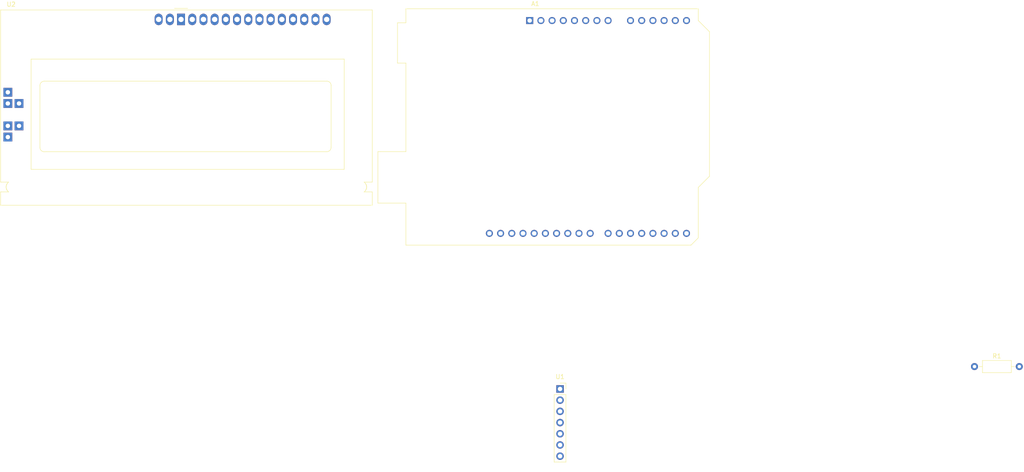
<source format=kicad_pcb>
(kicad_pcb (version 20171130) (host pcbnew "(5.1.10)-1")

  (general
    (thickness 1.6)
    (drawings 0)
    (tracks 0)
    (zones 0)
    (modules 4)
    (nets 45)
  )

  (page A4)
  (layers
    (0 F.Cu signal)
    (31 B.Cu signal)
    (32 B.Adhes user)
    (33 F.Adhes user)
    (34 B.Paste user)
    (35 F.Paste user)
    (36 B.SilkS user)
    (37 F.SilkS user)
    (38 B.Mask user)
    (39 F.Mask user)
    (40 Dwgs.User user)
    (41 Cmts.User user)
    (42 Eco1.User user)
    (43 Eco2.User user)
    (44 Edge.Cuts user)
    (45 Margin user)
    (46 B.CrtYd user)
    (47 F.CrtYd user)
    (48 B.Fab user)
    (49 F.Fab user)
  )

  (setup
    (last_trace_width 0.25)
    (trace_clearance 0.2)
    (zone_clearance 0.508)
    (zone_45_only no)
    (trace_min 0.2)
    (via_size 0.8)
    (via_drill 0.4)
    (via_min_size 0.4)
    (via_min_drill 0.3)
    (uvia_size 0.3)
    (uvia_drill 0.1)
    (uvias_allowed no)
    (uvia_min_size 0.2)
    (uvia_min_drill 0.1)
    (edge_width 0.05)
    (segment_width 0.2)
    (pcb_text_width 0.3)
    (pcb_text_size 1.5 1.5)
    (mod_edge_width 0.12)
    (mod_text_size 1 1)
    (mod_text_width 0.15)
    (pad_size 1.524 1.524)
    (pad_drill 0.762)
    (pad_to_mask_clearance 0)
    (aux_axis_origin 0 0)
    (visible_elements FFFFFF7F)
    (pcbplotparams
      (layerselection 0x010fc_ffffffff)
      (usegerberextensions false)
      (usegerberattributes true)
      (usegerberadvancedattributes true)
      (creategerberjobfile true)
      (excludeedgelayer true)
      (linewidth 0.100000)
      (plotframeref false)
      (viasonmask false)
      (mode 1)
      (useauxorigin false)
      (hpglpennumber 1)
      (hpglpenspeed 20)
      (hpglpendiameter 15.000000)
      (psnegative false)
      (psa4output false)
      (plotreference true)
      (plotvalue true)
      (plotinvisibletext false)
      (padsonsilk false)
      (subtractmaskfromsilk false)
      (outputformat 1)
      (mirror false)
      (drillshape 1)
      (scaleselection 1)
      (outputdirectory ""))
  )

  (net 0 "")
  (net 1 "Net-(A1-Pad32)")
  (net 2 "Net-(A1-Pad31)")
  (net 3 "Net-(A1-Pad1)")
  (net 4 "Net-(A1-Pad17)")
  (net 5 "Net-(A1-Pad2)")
  (net 6 "Net-(A1-Pad18)")
  (net 7 "Net-(A1-Pad3)")
  (net 8 "Net-(A1-Pad19)")
  (net 9 "Net-(A1-Pad4)")
  (net 10 PWM_Peltier1)
  (net 11 +5V)
  (net 12 PWM_Peltier2)
  (net 13 GND)
  (net 14 LCD_RS)
  (net 15 "Net-(A1-Pad29)")
  (net 16 LCD_E)
  (net 17 "Net-(A1-Pad8)")
  (net 18 "Net-(A1-Pad24)")
  (net 19 A_Thermistor)
  (net 20 LCD_D1)
  (net 21 "Net-(A1-Pad10)")
  (net 22 LCD_D2)
  (net 23 "Net-(A1-Pad11)")
  (net 24 LCD_D3)
  (net 25 "Net-(A1-Pad12)")
  (net 26 LCD_D4)
  (net 27 "Net-(A1-Pad13)")
  (net 28 "Net-(A1-Pad14)")
  (net 29 "Net-(A1-Pad30)")
  (net 30 "Net-(A1-Pad15)")
  (net 31 "Net-(A1-Pad16)")
  (net 32 "Net-(U2-Pad2)")
  (net 33 "Net-(U2-Pad3)")
  (net 34 "Net-(U2-Pad5)")
  (net 35 "Net-(U2-Pad7)")
  (net 36 "Net-(U2-Pad8)")
  (net 37 "Net-(U2-Pad9)")
  (net 38 "Net-(U2-Pad10)")
  (net 39 "Net-(U2-Pad15)")
  (net 40 "Net-(U2-Pad16)")
  (net 41 +12V)
  (net 42 "Net-(U1-Pad6)")
  (net 43 "Net-(PE1-Pad2)")
  (net 44 "Net-(PE1-Pad1)")

  (net_class Default "This is the default net class."
    (clearance 0.2)
    (trace_width 0.25)
    (via_dia 0.8)
    (via_drill 0.4)
    (uvia_dia 0.3)
    (uvia_drill 0.1)
    (add_net +12V)
    (add_net +5V)
    (add_net A_Thermistor)
    (add_net GND)
    (add_net LCD_D1)
    (add_net LCD_D2)
    (add_net LCD_D3)
    (add_net LCD_D4)
    (add_net LCD_E)
    (add_net LCD_RS)
    (add_net "Net-(A1-Pad1)")
    (add_net "Net-(A1-Pad10)")
    (add_net "Net-(A1-Pad11)")
    (add_net "Net-(A1-Pad12)")
    (add_net "Net-(A1-Pad13)")
    (add_net "Net-(A1-Pad14)")
    (add_net "Net-(A1-Pad15)")
    (add_net "Net-(A1-Pad16)")
    (add_net "Net-(A1-Pad17)")
    (add_net "Net-(A1-Pad18)")
    (add_net "Net-(A1-Pad19)")
    (add_net "Net-(A1-Pad2)")
    (add_net "Net-(A1-Pad24)")
    (add_net "Net-(A1-Pad29)")
    (add_net "Net-(A1-Pad3)")
    (add_net "Net-(A1-Pad30)")
    (add_net "Net-(A1-Pad31)")
    (add_net "Net-(A1-Pad32)")
    (add_net "Net-(A1-Pad4)")
    (add_net "Net-(A1-Pad8)")
    (add_net "Net-(PE1-Pad1)")
    (add_net "Net-(PE1-Pad2)")
    (add_net "Net-(U1-Pad6)")
    (add_net "Net-(U2-Pad10)")
    (add_net "Net-(U2-Pad15)")
    (add_net "Net-(U2-Pad16)")
    (add_net "Net-(U2-Pad2)")
    (add_net "Net-(U2-Pad3)")
    (add_net "Net-(U2-Pad5)")
    (add_net "Net-(U2-Pad7)")
    (add_net "Net-(U2-Pad8)")
    (add_net "Net-(U2-Pad9)")
    (add_net PWM_Peltier1)
    (add_net PWM_Peltier2)
  )

  (module Connector_PinSocket_2.54mm:PinSocket_1x07_P2.54mm_Vertical (layer F.Cu) (tedit 5A19A433) (tstamp 619F5241)
    (at 162.56 99.06)
    (descr "Through hole straight socket strip, 1x07, 2.54mm pitch, single row (from Kicad 4.0.7), script generated")
    (tags "Through hole socket strip THT 1x07 2.54mm single row")
    (path /619E04AA)
    (fp_text reference U1 (at 0 -2.77) (layer F.SilkS)
      (effects (font (size 1 1) (thickness 0.15)))
    )
    (fp_text value TB6643KQ (at 0 18.01) (layer F.Fab)
      (effects (font (size 1 1) (thickness 0.15)))
    )
    (fp_text user %R (at 0 7.62 90) (layer F.Fab)
      (effects (font (size 1 1) (thickness 0.15)))
    )
    (fp_line (start -1.27 -1.27) (end 0.635 -1.27) (layer F.Fab) (width 0.1))
    (fp_line (start 0.635 -1.27) (end 1.27 -0.635) (layer F.Fab) (width 0.1))
    (fp_line (start 1.27 -0.635) (end 1.27 16.51) (layer F.Fab) (width 0.1))
    (fp_line (start 1.27 16.51) (end -1.27 16.51) (layer F.Fab) (width 0.1))
    (fp_line (start -1.27 16.51) (end -1.27 -1.27) (layer F.Fab) (width 0.1))
    (fp_line (start -1.33 1.27) (end 1.33 1.27) (layer F.SilkS) (width 0.12))
    (fp_line (start -1.33 1.27) (end -1.33 16.57) (layer F.SilkS) (width 0.12))
    (fp_line (start -1.33 16.57) (end 1.33 16.57) (layer F.SilkS) (width 0.12))
    (fp_line (start 1.33 1.27) (end 1.33 16.57) (layer F.SilkS) (width 0.12))
    (fp_line (start 1.33 -1.33) (end 1.33 0) (layer F.SilkS) (width 0.12))
    (fp_line (start 0 -1.33) (end 1.33 -1.33) (layer F.SilkS) (width 0.12))
    (fp_line (start -1.8 -1.8) (end 1.75 -1.8) (layer F.CrtYd) (width 0.05))
    (fp_line (start 1.75 -1.8) (end 1.75 17) (layer F.CrtYd) (width 0.05))
    (fp_line (start 1.75 17) (end -1.8 17) (layer F.CrtYd) (width 0.05))
    (fp_line (start -1.8 17) (end -1.8 -1.8) (layer F.CrtYd) (width 0.05))
    (pad 7 thru_hole oval (at 0 15.24) (size 1.7 1.7) (drill 1) (layers *.Cu *.Mask)
      (net 41 +12V))
    (pad 6 thru_hole oval (at 0 12.7) (size 1.7 1.7) (drill 1) (layers *.Cu *.Mask)
      (net 42 "Net-(U1-Pad6)"))
    (pad 5 thru_hole oval (at 0 10.16) (size 1.7 1.7) (drill 1) (layers *.Cu *.Mask)
      (net 43 "Net-(PE1-Pad2)"))
    (pad 4 thru_hole oval (at 0 7.62) (size 1.7 1.7) (drill 1) (layers *.Cu *.Mask)
      (net 13 GND))
    (pad 3 thru_hole oval (at 0 5.08) (size 1.7 1.7) (drill 1) (layers *.Cu *.Mask)
      (net 44 "Net-(PE1-Pad1)"))
    (pad 2 thru_hole oval (at 0 2.54) (size 1.7 1.7) (drill 1) (layers *.Cu *.Mask)
      (net 12 PWM_Peltier2))
    (pad 1 thru_hole rect (at 0 0) (size 1.7 1.7) (drill 1) (layers *.Cu *.Mask)
      (net 10 PWM_Peltier1))
    (model ${KISYS3DMOD}/Connector_PinSocket_2.54mm.3dshapes/PinSocket_1x07_P2.54mm_Vertical.wrl
      (at (xyz 0 0 0))
      (scale (xyz 1 1 1))
      (rotate (xyz 0 0 0))
    )
  )

  (module Resistor_THT:R_Axial_DIN0207_L6.3mm_D2.5mm_P10.16mm_Horizontal (layer F.Cu) (tedit 5AE5139B) (tstamp 619F5226)
    (at 256.54 93.98)
    (descr "Resistor, Axial_DIN0207 series, Axial, Horizontal, pin pitch=10.16mm, 0.25W = 1/4W, length*diameter=6.3*2.5mm^2, http://cdn-reichelt.de/documents/datenblatt/B400/1_4W%23YAG.pdf")
    (tags "Resistor Axial_DIN0207 series Axial Horizontal pin pitch 10.16mm 0.25W = 1/4W length 6.3mm diameter 2.5mm")
    (path /619E3409)
    (fp_text reference R1 (at 5.08 -2.37) (layer F.SilkS)
      (effects (font (size 1 1) (thickness 0.15)))
    )
    (fp_text value R (at 5.08 2.37) (layer F.Fab)
      (effects (font (size 1 1) (thickness 0.15)))
    )
    (fp_text user %R (at 5.08 0) (layer F.Fab)
      (effects (font (size 1 1) (thickness 0.15)))
    )
    (fp_line (start 1.93 -1.25) (end 1.93 1.25) (layer F.Fab) (width 0.1))
    (fp_line (start 1.93 1.25) (end 8.23 1.25) (layer F.Fab) (width 0.1))
    (fp_line (start 8.23 1.25) (end 8.23 -1.25) (layer F.Fab) (width 0.1))
    (fp_line (start 8.23 -1.25) (end 1.93 -1.25) (layer F.Fab) (width 0.1))
    (fp_line (start 0 0) (end 1.93 0) (layer F.Fab) (width 0.1))
    (fp_line (start 10.16 0) (end 8.23 0) (layer F.Fab) (width 0.1))
    (fp_line (start 1.81 -1.37) (end 1.81 1.37) (layer F.SilkS) (width 0.12))
    (fp_line (start 1.81 1.37) (end 8.35 1.37) (layer F.SilkS) (width 0.12))
    (fp_line (start 8.35 1.37) (end 8.35 -1.37) (layer F.SilkS) (width 0.12))
    (fp_line (start 8.35 -1.37) (end 1.81 -1.37) (layer F.SilkS) (width 0.12))
    (fp_line (start 1.04 0) (end 1.81 0) (layer F.SilkS) (width 0.12))
    (fp_line (start 9.12 0) (end 8.35 0) (layer F.SilkS) (width 0.12))
    (fp_line (start -1.05 -1.5) (end -1.05 1.5) (layer F.CrtYd) (width 0.05))
    (fp_line (start -1.05 1.5) (end 11.21 1.5) (layer F.CrtYd) (width 0.05))
    (fp_line (start 11.21 1.5) (end 11.21 -1.5) (layer F.CrtYd) (width 0.05))
    (fp_line (start 11.21 -1.5) (end -1.05 -1.5) (layer F.CrtYd) (width 0.05))
    (pad 2 thru_hole oval (at 10.16 0) (size 1.6 1.6) (drill 0.8) (layers *.Cu *.Mask)
      (net 19 A_Thermistor))
    (pad 1 thru_hole circle (at 0 0) (size 1.6 1.6) (drill 0.8) (layers *.Cu *.Mask)
      (net 13 GND))
    (model ${KISYS3DMOD}/Resistor_THT.3dshapes/R_Axial_DIN0207_L6.3mm_D2.5mm_P10.16mm_Horizontal.wrl
      (at (xyz 0 0 0))
      (scale (xyz 1 1 1))
      (rotate (xyz 0 0 0))
    )
  )

  (module Module:Arduino_UNO_R3 (layer F.Cu) (tedit 58AB60FC) (tstamp 619F4B51)
    (at 155.675001 15.515001)
    (descr "Arduino UNO R3, http://www.mouser.com/pdfdocs/Gravitech_Arduino_Nano3_0.pdf")
    (tags "Arduino UNO R3")
    (path /619E202F)
    (fp_text reference A1 (at 1.27 -3.81 180) (layer F.SilkS)
      (effects (font (size 1 1) (thickness 0.15)))
    )
    (fp_text value Arduino_UNO_R3 (at 0 22.86) (layer F.Fab)
      (effects (font (size 1 1) (thickness 0.15)))
    )
    (fp_line (start -27.94 -2.54) (end 38.1 -2.54) (layer F.Fab) (width 0.1))
    (fp_line (start -27.94 50.8) (end -27.94 -2.54) (layer F.Fab) (width 0.1))
    (fp_line (start 36.58 50.8) (end -27.94 50.8) (layer F.Fab) (width 0.1))
    (fp_line (start 38.1 49.28) (end 36.58 50.8) (layer F.Fab) (width 0.1))
    (fp_line (start 38.1 0) (end 40.64 2.54) (layer F.Fab) (width 0.1))
    (fp_line (start 38.1 -2.54) (end 38.1 0) (layer F.Fab) (width 0.1))
    (fp_line (start 40.64 35.31) (end 38.1 37.85) (layer F.Fab) (width 0.1))
    (fp_line (start 40.64 2.54) (end 40.64 35.31) (layer F.Fab) (width 0.1))
    (fp_line (start 38.1 37.85) (end 38.1 49.28) (layer F.Fab) (width 0.1))
    (fp_line (start -29.84 9.53) (end -29.84 0.64) (layer F.Fab) (width 0.1))
    (fp_line (start -16.51 9.53) (end -29.84 9.53) (layer F.Fab) (width 0.1))
    (fp_line (start -16.51 0.64) (end -16.51 9.53) (layer F.Fab) (width 0.1))
    (fp_line (start -29.84 0.64) (end -16.51 0.64) (layer F.Fab) (width 0.1))
    (fp_line (start -34.29 41.27) (end -34.29 29.84) (layer F.Fab) (width 0.1))
    (fp_line (start -18.41 41.27) (end -34.29 41.27) (layer F.Fab) (width 0.1))
    (fp_line (start -18.41 29.84) (end -18.41 41.27) (layer F.Fab) (width 0.1))
    (fp_line (start -34.29 29.84) (end -18.41 29.84) (layer F.Fab) (width 0.1))
    (fp_line (start 38.23 37.85) (end 40.77 35.31) (layer F.SilkS) (width 0.12))
    (fp_line (start 38.23 49.28) (end 38.23 37.85) (layer F.SilkS) (width 0.12))
    (fp_line (start 36.58 50.93) (end 38.23 49.28) (layer F.SilkS) (width 0.12))
    (fp_line (start -28.07 50.93) (end 36.58 50.93) (layer F.SilkS) (width 0.12))
    (fp_line (start -28.07 41.4) (end -28.07 50.93) (layer F.SilkS) (width 0.12))
    (fp_line (start -34.42 41.4) (end -28.07 41.4) (layer F.SilkS) (width 0.12))
    (fp_line (start -34.42 29.72) (end -34.42 41.4) (layer F.SilkS) (width 0.12))
    (fp_line (start -28.07 29.72) (end -34.42 29.72) (layer F.SilkS) (width 0.12))
    (fp_line (start -28.07 9.65) (end -28.07 29.72) (layer F.SilkS) (width 0.12))
    (fp_line (start -29.97 9.65) (end -28.07 9.65) (layer F.SilkS) (width 0.12))
    (fp_line (start -29.97 0.51) (end -29.97 9.65) (layer F.SilkS) (width 0.12))
    (fp_line (start -28.07 0.51) (end -29.97 0.51) (layer F.SilkS) (width 0.12))
    (fp_line (start -28.07 -2.67) (end -28.07 0.51) (layer F.SilkS) (width 0.12))
    (fp_line (start 38.23 -2.67) (end -28.07 -2.67) (layer F.SilkS) (width 0.12))
    (fp_line (start 38.23 0) (end 38.23 -2.67) (layer F.SilkS) (width 0.12))
    (fp_line (start 40.77 2.54) (end 38.23 0) (layer F.SilkS) (width 0.12))
    (fp_line (start 40.77 35.31) (end 40.77 2.54) (layer F.SilkS) (width 0.12))
    (fp_line (start -28.19 -2.79) (end 38.35 -2.79) (layer F.CrtYd) (width 0.05))
    (fp_line (start -28.19 0.38) (end -28.19 -2.79) (layer F.CrtYd) (width 0.05))
    (fp_line (start -30.1 0.38) (end -28.19 0.38) (layer F.CrtYd) (width 0.05))
    (fp_line (start -30.1 9.78) (end -30.1 0.38) (layer F.CrtYd) (width 0.05))
    (fp_line (start -28.19 9.78) (end -30.1 9.78) (layer F.CrtYd) (width 0.05))
    (fp_line (start -28.19 29.59) (end -28.19 9.78) (layer F.CrtYd) (width 0.05))
    (fp_line (start -34.54 29.59) (end -28.19 29.59) (layer F.CrtYd) (width 0.05))
    (fp_line (start -34.54 41.53) (end -34.54 29.59) (layer F.CrtYd) (width 0.05))
    (fp_line (start -28.19 41.53) (end -34.54 41.53) (layer F.CrtYd) (width 0.05))
    (fp_line (start -28.19 51.05) (end -28.19 41.53) (layer F.CrtYd) (width 0.05))
    (fp_line (start 36.58 51.05) (end -28.19 51.05) (layer F.CrtYd) (width 0.05))
    (fp_line (start 38.35 49.28) (end 36.58 51.05) (layer F.CrtYd) (width 0.05))
    (fp_line (start 38.35 37.85) (end 38.35 49.28) (layer F.CrtYd) (width 0.05))
    (fp_line (start 40.89 35.31) (end 38.35 37.85) (layer F.CrtYd) (width 0.05))
    (fp_line (start 40.89 2.54) (end 40.89 35.31) (layer F.CrtYd) (width 0.05))
    (fp_line (start 38.35 0) (end 40.89 2.54) (layer F.CrtYd) (width 0.05))
    (fp_line (start 38.35 -2.79) (end 38.35 0) (layer F.CrtYd) (width 0.05))
    (fp_text user %R (at 0 20.32 180) (layer F.Fab)
      (effects (font (size 1 1) (thickness 0.15)))
    )
    (pad 32 thru_hole oval (at -9.14 48.26 90) (size 1.6 1.6) (drill 1) (layers *.Cu *.Mask)
      (net 1 "Net-(A1-Pad32)"))
    (pad 31 thru_hole oval (at -6.6 48.26 90) (size 1.6 1.6) (drill 1) (layers *.Cu *.Mask)
      (net 2 "Net-(A1-Pad31)"))
    (pad 1 thru_hole rect (at 0 0 90) (size 1.6 1.6) (drill 1) (layers *.Cu *.Mask)
      (net 3 "Net-(A1-Pad1)"))
    (pad 17 thru_hole oval (at 30.48 48.26 90) (size 1.6 1.6) (drill 1) (layers *.Cu *.Mask)
      (net 4 "Net-(A1-Pad17)"))
    (pad 2 thru_hole oval (at 2.54 0 90) (size 1.6 1.6) (drill 1) (layers *.Cu *.Mask)
      (net 5 "Net-(A1-Pad2)"))
    (pad 18 thru_hole oval (at 27.94 48.26 90) (size 1.6 1.6) (drill 1) (layers *.Cu *.Mask)
      (net 6 "Net-(A1-Pad18)"))
    (pad 3 thru_hole oval (at 5.08 0 90) (size 1.6 1.6) (drill 1) (layers *.Cu *.Mask)
      (net 7 "Net-(A1-Pad3)"))
    (pad 19 thru_hole oval (at 25.4 48.26 90) (size 1.6 1.6) (drill 1) (layers *.Cu *.Mask)
      (net 8 "Net-(A1-Pad19)"))
    (pad 4 thru_hole oval (at 7.62 0 90) (size 1.6 1.6) (drill 1) (layers *.Cu *.Mask)
      (net 9 "Net-(A1-Pad4)"))
    (pad 20 thru_hole oval (at 22.86 48.26 90) (size 1.6 1.6) (drill 1) (layers *.Cu *.Mask)
      (net 10 PWM_Peltier1))
    (pad 5 thru_hole oval (at 10.16 0 90) (size 1.6 1.6) (drill 1) (layers *.Cu *.Mask)
      (net 11 +5V))
    (pad 21 thru_hole oval (at 20.32 48.26 90) (size 1.6 1.6) (drill 1) (layers *.Cu *.Mask)
      (net 12 PWM_Peltier2))
    (pad 6 thru_hole oval (at 12.7 0 90) (size 1.6 1.6) (drill 1) (layers *.Cu *.Mask)
      (net 13 GND))
    (pad 22 thru_hole oval (at 17.78 48.26 90) (size 1.6 1.6) (drill 1) (layers *.Cu *.Mask)
      (net 14 LCD_RS))
    (pad 7 thru_hole oval (at 15.24 0 90) (size 1.6 1.6) (drill 1) (layers *.Cu *.Mask)
      (net 15 "Net-(A1-Pad29)"))
    (pad 23 thru_hole oval (at 13.72 48.26 90) (size 1.6 1.6) (drill 1) (layers *.Cu *.Mask)
      (net 16 LCD_E))
    (pad 8 thru_hole oval (at 17.78 0 90) (size 1.6 1.6) (drill 1) (layers *.Cu *.Mask)
      (net 17 "Net-(A1-Pad8)"))
    (pad 24 thru_hole oval (at 11.18 48.26 90) (size 1.6 1.6) (drill 1) (layers *.Cu *.Mask)
      (net 18 "Net-(A1-Pad24)"))
    (pad 9 thru_hole oval (at 22.86 0 90) (size 1.6 1.6) (drill 1) (layers *.Cu *.Mask)
      (net 19 A_Thermistor))
    (pad 25 thru_hole oval (at 8.64 48.26 90) (size 1.6 1.6) (drill 1) (layers *.Cu *.Mask)
      (net 20 LCD_D1))
    (pad 10 thru_hole oval (at 25.4 0 90) (size 1.6 1.6) (drill 1) (layers *.Cu *.Mask)
      (net 21 "Net-(A1-Pad10)"))
    (pad 26 thru_hole oval (at 6.1 48.26 90) (size 1.6 1.6) (drill 1) (layers *.Cu *.Mask)
      (net 22 LCD_D2))
    (pad 11 thru_hole oval (at 27.94 0 90) (size 1.6 1.6) (drill 1) (layers *.Cu *.Mask)
      (net 23 "Net-(A1-Pad11)"))
    (pad 27 thru_hole oval (at 3.56 48.26 90) (size 1.6 1.6) (drill 1) (layers *.Cu *.Mask)
      (net 24 LCD_D3))
    (pad 12 thru_hole oval (at 30.48 0 90) (size 1.6 1.6) (drill 1) (layers *.Cu *.Mask)
      (net 25 "Net-(A1-Pad12)"))
    (pad 28 thru_hole oval (at 1.02 48.26 90) (size 1.6 1.6) (drill 1) (layers *.Cu *.Mask)
      (net 26 LCD_D4))
    (pad 13 thru_hole oval (at 33.02 0 90) (size 1.6 1.6) (drill 1) (layers *.Cu *.Mask)
      (net 27 "Net-(A1-Pad13)"))
    (pad 29 thru_hole oval (at -1.52 48.26 90) (size 1.6 1.6) (drill 1) (layers *.Cu *.Mask)
      (net 15 "Net-(A1-Pad29)"))
    (pad 14 thru_hole oval (at 35.56 0 90) (size 1.6 1.6) (drill 1) (layers *.Cu *.Mask)
      (net 28 "Net-(A1-Pad14)"))
    (pad 30 thru_hole oval (at -4.06 48.26 90) (size 1.6 1.6) (drill 1) (layers *.Cu *.Mask)
      (net 29 "Net-(A1-Pad30)"))
    (pad 15 thru_hole oval (at 35.56 48.26 90) (size 1.6 1.6) (drill 1) (layers *.Cu *.Mask)
      (net 30 "Net-(A1-Pad15)"))
    (pad 16 thru_hole oval (at 33.02 48.26 90) (size 1.6 1.6) (drill 1) (layers *.Cu *.Mask)
      (net 31 "Net-(A1-Pad16)"))
    (model ${KISYS3DMOD}/Module.3dshapes/Arduino_UNO_R3.wrl
      (at (xyz 0 0 0))
      (scale (xyz 1 1 1))
      (rotate (xyz 0 0 0))
    )
  )

  (module Display:RC1602A (layer F.Cu) (tedit 5A02FE80) (tstamp 619F4BA0)
    (at 76.615001 15.260001)
    (descr http://www.raystar-optronics.com/down.php?ProID=18)
    (tags "LCD 16x2 Alphanumeric 16pin")
    (path /619E3989)
    (fp_text reference U2 (at -38.53 -3.41 180) (layer F.SilkS)
      (effects (font (size 1 1) (thickness 0.15)))
    )
    (fp_text value RC1602A (at -37.22 43.58 180) (layer F.Fab)
      (effects (font (size 1 1) (thickness 0.15)))
    )
    (fp_line (start 43.22 -2) (end 43.22 36.75) (layer F.Fab) (width 0.1))
    (fp_line (start 43.22 42) (end -40.78 42) (layer F.Fab) (width 0.1))
    (fp_line (start 1 -2) (end 43.22 -2) (layer F.Fab) (width 0.1))
    (fp_line (start -40.78 36.75) (end -40.78 -2) (layer F.Fab) (width 0.1))
    (fp_line (start 37 9) (end 37 34) (layer F.SilkS) (width 0.12))
    (fp_line (start -34 9) (end 37 9) (layer F.SilkS) (width 0.12))
    (fp_line (start -34 34) (end -34 9) (layer F.SilkS) (width 0.12))
    (fp_line (start 37 34) (end -34 34) (layer F.SilkS) (width 0.12))
    (fp_line (start 33 30) (end -31 30) (layer F.SilkS) (width 0.12))
    (fp_line (start -32 29) (end -32 15) (layer F.SilkS) (width 0.12))
    (fp_line (start -31 14) (end 33 14) (layer F.SilkS) (width 0.12))
    (fp_line (start 34.03 15) (end 34.03 29) (layer F.SilkS) (width 0.12))
    (fp_line (start -40.78 -2) (end -1 -2) (layer F.Fab) (width 0.1))
    (fp_line (start -1 -2) (end 0 -1) (layer F.Fab) (width 0.1))
    (fp_line (start 0 -1) (end 1 -2) (layer F.Fab) (width 0.1))
    (fp_line (start -41.03 -2.25) (end 43.47 -2.25) (layer F.CrtYd) (width 0.05))
    (fp_line (start -41.03 42.25) (end 43.47 42.25) (layer F.CrtYd) (width 0.05))
    (fp_line (start -1.5 -2.5) (end 1.5 -2.5) (layer F.SilkS) (width 0.12))
    (fp_line (start 43.36 -2.14) (end 43.36 36.89) (layer F.SilkS) (width 0.12))
    (fp_line (start -40.92 -2.14) (end 43.36 -2.14) (layer F.SilkS) (width 0.12))
    (fp_line (start -40.92 36.89) (end -40.92 -2.14) (layer F.SilkS) (width 0.12))
    (fp_line (start 43.36 42.14) (end -40.92 42.14) (layer F.SilkS) (width 0.12))
    (fp_line (start 43.22 39.25) (end 43.22 42) (layer F.Fab) (width 0.1))
    (fp_line (start 43.22 36.75) (end 40.72 36.75) (layer F.Fab) (width 0.1))
    (fp_line (start 40.72 39.25) (end 43.22 39.25) (layer F.Fab) (width 0.1))
    (fp_line (start 43.36 36.89) (end 41.5 36.89) (layer F.SilkS) (width 0.12))
    (fp_line (start 43.36 39.11) (end 43.36 42.14) (layer F.SilkS) (width 0.12))
    (fp_line (start 41.5 39.11) (end 43.36 39.11) (layer F.SilkS) (width 0.12))
    (fp_line (start 43.47 42.25) (end 43.47 -2.25) (layer F.CrtYd) (width 0.05))
    (fp_line (start -40.78 36.75) (end -38.28 36.75) (layer F.Fab) (width 0.1))
    (fp_line (start -40.92 36.89) (end -39.1 36.89) (layer F.SilkS) (width 0.12))
    (fp_line (start -40.78 41.99) (end -40.78 39.25) (layer F.Fab) (width 0.1))
    (fp_line (start -41.03 42.25) (end -41.03 -2.25) (layer F.CrtYd) (width 0.05))
    (fp_line (start -40.92 42.14) (end -40.92 39.11) (layer F.SilkS) (width 0.12))
    (fp_line (start -40.78 39.25) (end -38.28 39.25) (layer F.Fab) (width 0.1))
    (fp_line (start -40.92 39.11) (end -39.1 39.11) (layer F.SilkS) (width 0.12))
    (fp_arc (start -38.28 38) (end -39.1 39.11) (angle 90) (layer F.SilkS) (width 0.12))
    (fp_arc (start -38.28 38) (end -39.39 38.82) (angle 90) (layer F.SilkS) (width 0.12))
    (fp_arc (start 40.73 38) (end 41.5 36.89) (angle 90) (layer F.SilkS) (width 0.12))
    (fp_arc (start 40.72 38) (end 41.84 37.21) (angle 90) (layer F.SilkS) (width 0.12))
    (fp_arc (start -38.28 38) (end -37.04 38) (angle 90) (layer F.Fab) (width 0.1))
    (fp_arc (start -38.28 38) (end -38.28 36.76) (angle 90) (layer F.Fab) (width 0.1))
    (fp_arc (start 40.72 38) (end 40.73 39.25) (angle 90) (layer F.Fab) (width 0.1))
    (fp_arc (start 40.72 38) (end 39.47 37.99) (angle 90) (layer F.Fab) (width 0.1))
    (fp_text user %R (at 0.185 21.705) (layer F.Fab)
      (effects (font (size 1 1) (thickness 0.15)))
    )
    (fp_arc (start -30.99464 29.02294) (end -30.99464 30.0237) (angle 90) (layer F.SilkS) (width 0.12))
    (fp_arc (start -31.00464 15.00246) (end -32.00286 15.00246) (angle 90) (layer F.SilkS) (width 0.12))
    (fp_arc (start 33.03574 14.99246) (end 33.03574 13.99424) (angle 90) (layer F.SilkS) (width 0.12))
    (fp_arc (start 33.02574 29.00294) (end 34.0265 29.00294) (angle 90) (layer F.SilkS) (width 0.12))
    (pad 1 thru_hole rect (at 0 0 180) (size 1.8 2.6) (drill 1.2) (layers *.Cu *.Mask)
      (net 13 GND))
    (pad 2 thru_hole oval (at 2.54 0 180) (size 1.8 2.6) (drill 1.2) (layers *.Cu *.Mask)
      (net 32 "Net-(U2-Pad2)"))
    (pad 3 thru_hole oval (at 5.08 0 180) (size 1.8 2.6) (drill 1.2) (layers *.Cu *.Mask)
      (net 33 "Net-(U2-Pad3)"))
    (pad 4 thru_hole oval (at 7.62 0 180) (size 1.8 2.6) (drill 1.2) (layers *.Cu *.Mask)
      (net 14 LCD_RS))
    (pad 5 thru_hole oval (at 10.16 0 180) (size 1.8 2.6) (drill 1.2) (layers *.Cu *.Mask)
      (net 34 "Net-(U2-Pad5)"))
    (pad 6 thru_hole oval (at 12.7 0 180) (size 1.8 2.6) (drill 1.2) (layers *.Cu *.Mask)
      (net 16 LCD_E))
    (pad 7 thru_hole oval (at 15.24 0 180) (size 1.8 2.6) (drill 1.2) (layers *.Cu *.Mask)
      (net 35 "Net-(U2-Pad7)"))
    (pad 8 thru_hole oval (at 17.78 0 180) (size 1.8 2.6) (drill 1.2) (layers *.Cu *.Mask)
      (net 36 "Net-(U2-Pad8)"))
    (pad 9 thru_hole oval (at 20.32 0 180) (size 1.8 2.6) (drill 1.2) (layers *.Cu *.Mask)
      (net 37 "Net-(U2-Pad9)"))
    (pad 10 thru_hole oval (at 22.86 0 180) (size 1.8 2.6) (drill 1.2) (layers *.Cu *.Mask)
      (net 38 "Net-(U2-Pad10)"))
    (pad 11 thru_hole oval (at 25.4 0 180) (size 1.8 2.6) (drill 1.2) (layers *.Cu *.Mask)
      (net 20 LCD_D1))
    (pad 12 thru_hole oval (at 27.94 0 180) (size 1.8 2.6) (drill 1.2) (layers *.Cu *.Mask)
      (net 22 LCD_D2))
    (pad 13 thru_hole oval (at 30.48508 0.00254 180) (size 1.8 2.6) (drill 1.2) (layers *.Cu *.Mask)
      (net 24 LCD_D3))
    (pad 14 thru_hole oval (at 33.02 0 180) (size 1.8 2.6) (drill 1.2) (layers *.Cu *.Mask)
      (net 26 LCD_D4))
    (pad 15 thru_hole oval (at -5.08 0 180) (size 1.8 2.6) (drill 1.2) (layers *.Cu *.Mask)
      (net 39 "Net-(U2-Pad15)"))
    (pad 16 thru_hole oval (at -2.53492 0.00254 180) (size 1.8 2.6) (drill 1.2) (layers *.Cu *.Mask)
      (net 40 "Net-(U2-Pad16)"))
    (pad "" np_thru_hole circle (at 39.22 2 180) (size 2.5 2.5) (drill 2.5) (layers *.Cu *.Mask))
    (pad "" np_thru_hole circle (at 40.72 38 180) (size 2.5 2.5) (drill 2.5) (layers *.Cu *.Mask))
    (pad "" np_thru_hole circle (at -38.28 38 180) (size 2.5 2.5) (drill 2.5) (layers *.Cu *.Mask))
    (pad "" np_thru_hole circle (at -36.78 2 180) (size 2.5 2.5) (drill 2.5) (layers *.Cu *.Mask))
    (pad A1 thru_hole rect (at -39.28 26.68 180) (size 2 2) (drill 1) (layers *.Cu *.Mask))
    (pad A1 thru_hole rect (at -39.28 24.14 180) (size 2 2) (drill 1) (layers *.Cu *.Mask))
    (pad A1 thru_hole rect (at -36.74 24.14 180) (size 2 2) (drill 1) (layers *.Cu *.Mask))
    (pad K1 thru_hole rect (at -36.74 19.06 180) (size 2 2) (drill 1) (layers *.Cu *.Mask))
    (pad K1 thru_hole rect (at -39.28 19.06 180) (size 2 2) (drill 1) (layers *.Cu *.Mask))
    (pad K1 thru_hole rect (at -39.28 16.52 180) (size 2 2) (drill 1) (layers *.Cu *.Mask))
    (model ${KISYS3DMOD}/Display.3dshapes/RC1602A.wrl
      (at (xyz 0 0 0))
      (scale (xyz 1 1 1))
      (rotate (xyz 0 0 0))
    )
  )

)

</source>
